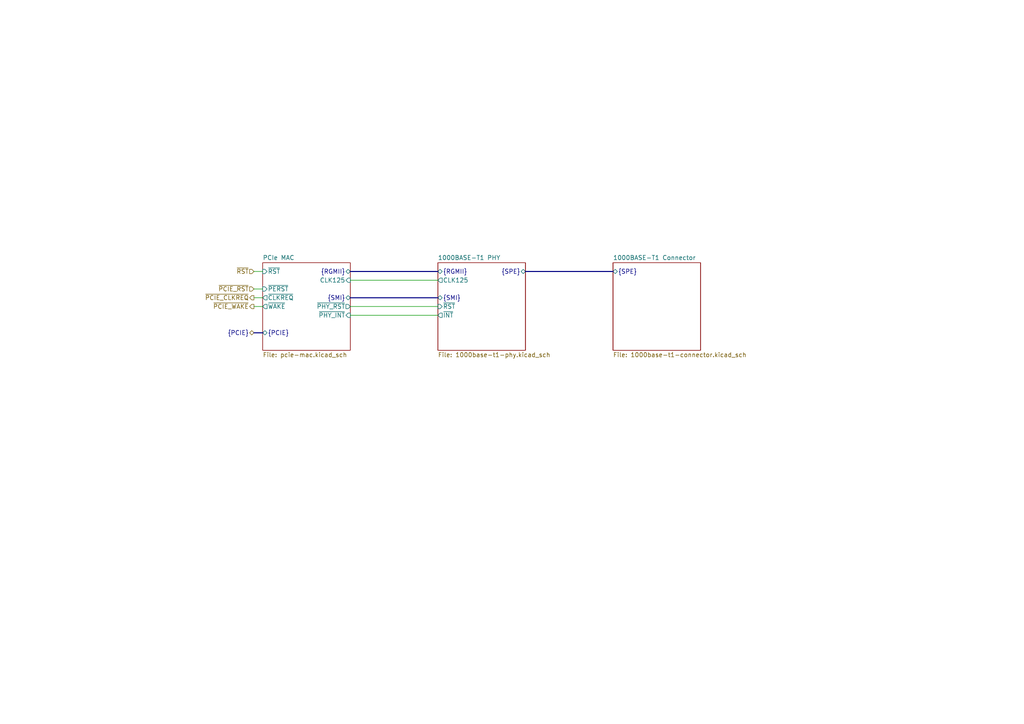
<source format=kicad_sch>
(kicad_sch
	(version 20250114)
	(generator "eeschema")
	(generator_version "9.0")
	(uuid "d133eae5-badb-468c-aa77-6ca9a54ace01")
	(paper "A4")
	(lib_symbols)
	(bus
		(pts
			(xy 73.66 96.52) (xy 76.2 96.52)
		)
		(stroke
			(width 0)
			(type default)
		)
		(uuid "0730bfed-894c-4318-b7c7-dc896db9d2a5")
	)
	(wire
		(pts
			(xy 73.66 88.9) (xy 76.2 88.9)
		)
		(stroke
			(width 0)
			(type default)
		)
		(uuid "24384f9f-3b13-468d-8989-9d8013462d8c")
	)
	(wire
		(pts
			(xy 73.66 83.82) (xy 76.2 83.82)
		)
		(stroke
			(width 0)
			(type default)
		)
		(uuid "2b249975-b845-4a0c-a1ae-b48f88edfdf6")
	)
	(wire
		(pts
			(xy 73.66 86.36) (xy 76.2 86.36)
		)
		(stroke
			(width 0)
			(type default)
		)
		(uuid "3ea6b086-9aab-4801-8e22-2d50fd793e81")
	)
	(bus
		(pts
			(xy 101.6 86.36) (xy 127 86.36)
		)
		(stroke
			(width 0)
			(type default)
		)
		(uuid "6f127732-7715-44c1-8d9b-1a89813a6901")
	)
	(wire
		(pts
			(xy 101.6 88.9) (xy 127 88.9)
		)
		(stroke
			(width 0)
			(type default)
		)
		(uuid "9b3d2a9f-fad5-4844-8b35-c37c8d369d90")
	)
	(bus
		(pts
			(xy 101.6 78.74) (xy 127 78.74)
		)
		(stroke
			(width 0)
			(type default)
		)
		(uuid "9c49b69c-239b-4908-867b-8131bf427078")
	)
	(wire
		(pts
			(xy 73.66 78.74) (xy 76.2 78.74)
		)
		(stroke
			(width 0)
			(type default)
		)
		(uuid "d06513dd-5013-410e-8fa3-23a27e239831")
	)
	(wire
		(pts
			(xy 101.6 91.44) (xy 127 91.44)
		)
		(stroke
			(width 0)
			(type default)
		)
		(uuid "d63512c2-95c7-48b4-992b-3ec5776d955f")
	)
	(bus
		(pts
			(xy 152.4 78.74) (xy 177.8 78.74)
		)
		(stroke
			(width 0)
			(type default)
		)
		(uuid "d72599c1-2013-44da-95fc-0cf2566797b6")
	)
	(wire
		(pts
			(xy 101.6 81.28) (xy 127 81.28)
		)
		(stroke
			(width 0)
			(type default)
		)
		(uuid "e2579d9b-7633-48c7-ae7a-e607ac367314")
	)
	(hierarchical_label "~{PCIE_WAKE}"
		(shape output)
		(at 73.66 88.9 180)
		(effects
			(font
				(size 1.27 1.27)
			)
			(justify right)
		)
		(uuid "3d59f627-1e66-4834-a08b-fb138d84008c")
	)
	(hierarchical_label "~{PCIE_CLKREQ}"
		(shape output)
		(at 73.66 86.36 180)
		(effects
			(font
				(size 1.27 1.27)
			)
			(justify right)
		)
		(uuid "7b9f2f4b-a3a6-4c42-8808-afb919de9846")
	)
	(hierarchical_label "~{RST}"
		(shape input)
		(at 73.66 78.74 180)
		(effects
			(font
				(size 1.27 1.27)
			)
			(justify right)
		)
		(uuid "82b76cf8-0baf-4a77-9f4e-94b61d416aa0")
	)
	(hierarchical_label "~{PCIE_RST}"
		(shape input)
		(at 73.66 83.82 180)
		(effects
			(font
				(size 1.27 1.27)
			)
			(justify right)
		)
		(uuid "c16f6da8-23ff-4790-b9f6-4f017ec6cefd")
	)
	(hierarchical_label "{PCIE}"
		(shape bidirectional)
		(at 73.66 96.52 180)
		(effects
			(font
				(size 1.27 1.27)
			)
			(justify right)
		)
		(uuid "e31e8beb-f788-4eb3-b669-6867eba67550")
	)
	(sheet
		(at 76.2 76.2)
		(size 25.4 25.4)
		(exclude_from_sim no)
		(in_bom yes)
		(on_board yes)
		(dnp no)
		(fields_autoplaced yes)
		(stroke
			(width 0.1524)
			(type solid)
		)
		(fill
			(color 0 0 0 0.0000)
		)
		(uuid "7b833941-1960-4f0f-b1c6-b995a9864b5e")
		(property "Sheetname" "PCIe MAC"
			(at 76.2 75.4884 0)
			(effects
				(font
					(size 1.27 1.27)
				)
				(justify left bottom)
			)
		)
		(property "Sheetfile" "pcie-mac.kicad_sch"
			(at 76.2 102.1846 0)
			(effects
				(font
					(size 1.27 1.27)
				)
				(justify left top)
			)
		)
		(pin "{PCIE}" bidirectional
			(at 76.2 96.52 180)
			(uuid "36a8c3ea-7c5b-4572-8e87-253d52f336c4")
			(effects
				(font
					(size 1.27 1.27)
				)
				(justify left)
			)
		)
		(pin "~{RST}" input
			(at 76.2 78.74 180)
			(uuid "9978b0f1-1657-4a9e-82b1-bf3abf9225a8")
			(effects
				(font
					(size 1.27 1.27)
				)
				(justify left)
			)
		)
		(pin "~{CLKREQ}" output
			(at 76.2 86.36 180)
			(uuid "cf7c1d6b-9ecc-4a1b-9900-e684c93a09b4")
			(effects
				(font
					(size 1.27 1.27)
				)
				(justify left)
			)
		)
		(pin "~{WAKE}" output
			(at 76.2 88.9 180)
			(uuid "daddb679-efae-4001-bdd6-053aff8fc6ec")
			(effects
				(font
					(size 1.27 1.27)
				)
				(justify left)
			)
		)
		(pin "{RGMII}" bidirectional
			(at 101.6 78.74 0)
			(uuid "d16d2874-faaf-4271-a9bd-50d764d39f1f")
			(effects
				(font
					(size 1.27 1.27)
				)
				(justify right)
			)
		)
		(pin "{SMI}" bidirectional
			(at 101.6 86.36 0)
			(uuid "5e6968cc-ce22-4c4f-a37a-732d04e51604")
			(effects
				(font
					(size 1.27 1.27)
				)
				(justify right)
			)
		)
		(pin "~{PHY_INT}" input
			(at 101.6 91.44 0)
			(uuid "ab89ee04-750a-47ba-91c3-53a08c5ab5d0")
			(effects
				(font
					(size 1.27 1.27)
				)
				(justify right)
			)
		)
		(pin "~{PHY_RST}" output
			(at 101.6 88.9 0)
			(uuid "789aa75b-22f8-4fce-b35e-bb8c80a25fba")
			(effects
				(font
					(size 1.27 1.27)
				)
				(justify right)
			)
		)
		(pin "CLK125" input
			(at 101.6 81.28 0)
			(uuid "5b970c5c-f0bd-45f7-b9e9-982400f4c323")
			(effects
				(font
					(size 1.27 1.27)
				)
				(justify right)
			)
		)
		(pin "~{PERST}" input
			(at 76.2 83.82 180)
			(uuid "ce3cdb7e-e777-435a-a175-c65e672193e4")
			(effects
				(font
					(size 1.27 1.27)
				)
				(justify left)
			)
		)
		(instances
			(project "jabr-control-v1"
				(path "/f91ec272-d09a-4038-bbbb-962739a92c51/3124e188-7d93-47d9-82c9-cb765ca396d3"
					(page "5")
				)
			)
		)
	)
	(sheet
		(at 177.8 76.2)
		(size 25.4 25.4)
		(exclude_from_sim no)
		(in_bom yes)
		(on_board yes)
		(dnp no)
		(fields_autoplaced yes)
		(stroke
			(width 0.1524)
			(type solid)
		)
		(fill
			(color 0 0 0 0.0000)
		)
		(uuid "ae7374e5-3d79-45a7-a1a6-e5f21fb2a45c")
		(property "Sheetname" "1000BASE-T1 Connector"
			(at 177.8 75.4884 0)
			(effects
				(font
					(size 1.27 1.27)
				)
				(justify left bottom)
			)
		)
		(property "Sheetfile" "1000base-t1-connector.kicad_sch"
			(at 177.8 102.1846 0)
			(effects
				(font
					(size 1.27 1.27)
				)
				(justify left top)
			)
		)
		(pin "{SPE}" bidirectional
			(at 177.8 78.74 180)
			(uuid "54ebe693-dee8-45e7-b8b5-6f4e2dca6786")
			(effects
				(font
					(size 1.27 1.27)
				)
				(justify left)
			)
		)
		(instances
			(project "jabr-control-v1"
				(path "/f91ec272-d09a-4038-bbbb-962739a92c51/3124e188-7d93-47d9-82c9-cb765ca396d3"
					(page "6")
				)
			)
		)
	)
	(sheet
		(at 127 76.2)
		(size 25.4 25.4)
		(exclude_from_sim no)
		(in_bom yes)
		(on_board yes)
		(dnp no)
		(fields_autoplaced yes)
		(stroke
			(width 0.1524)
			(type solid)
		)
		(fill
			(color 0 0 0 0.0000)
		)
		(uuid "d93fedc6-4251-42e0-84b2-9bf0445840d2")
		(property "Sheetname" "1000BASE-T1 PHY"
			(at 127 75.4884 0)
			(effects
				(font
					(size 1.27 1.27)
				)
				(justify left bottom)
			)
		)
		(property "Sheetfile" "1000base-t1-phy.kicad_sch"
			(at 127 102.1846 0)
			(effects
				(font
					(size 1.27 1.27)
				)
				(justify left top)
			)
		)
		(pin "{RGMII}" bidirectional
			(at 127 78.74 180)
			(uuid "5149155b-a60d-4baf-9269-dd3484caa30b")
			(effects
				(font
					(size 1.27 1.27)
				)
				(justify left)
			)
		)
		(pin "{SMI}" bidirectional
			(at 127 86.36 180)
			(uuid "452e280b-929a-4060-89de-f06f77d7ee75")
			(effects
				(font
					(size 1.27 1.27)
				)
				(justify left)
			)
		)
		(pin "~{INT}" output
			(at 127 91.44 180)
			(uuid "1336c480-1576-4507-b93a-a799e7c9e4ff")
			(effects
				(font
					(size 1.27 1.27)
				)
				(justify left)
			)
		)
		(pin "~{RST}" input
			(at 127 88.9 180)
			(uuid "aca5b895-7c9c-418b-af73-9bfef4ae8a27")
			(effects
				(font
					(size 1.27 1.27)
				)
				(justify left)
			)
		)
		(pin "CLK125" output
			(at 127 81.28 180)
			(uuid "d4e995d2-2fdb-4874-94d1-4a74c59973de")
			(effects
				(font
					(size 1.27 1.27)
				)
				(justify left)
			)
		)
		(pin "{SPE}" bidirectional
			(at 152.4 78.74 0)
			(uuid "ccbb6e82-df7b-4487-ab9d-6c0f149408c2")
			(effects
				(font
					(size 1.27 1.27)
				)
				(justify right)
			)
		)
		(instances
			(project "jabr-control-v1"
				(path "/f91ec272-d09a-4038-bbbb-962739a92c51/3124e188-7d93-47d9-82c9-cb765ca396d3"
					(page "8")
				)
			)
		)
	)
)

</source>
